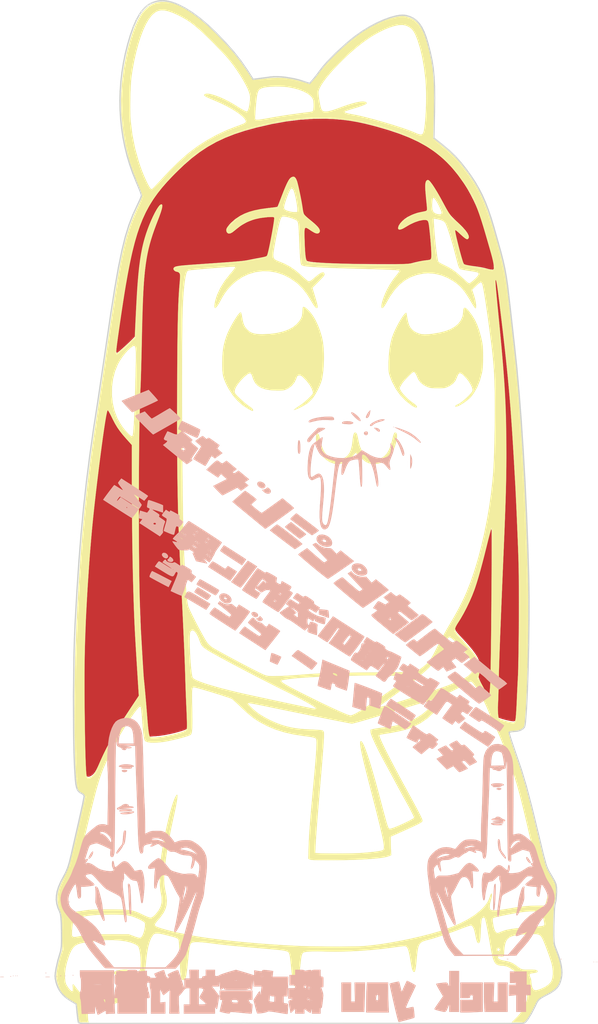
<source format=kicad_pcb>
(kicad_pcb (version 4) (host pcbnew 4.0.5+dfsg1-4)
  (layers (0 F.Cu signal) (31 B.Cu signal) (34 B.Paste user) (35 F.Paste user) (36 B.SilkS user) (37 F.SilkS user) (38 B.Mask user) (39 F.Mask user) (44 Edge.Cuts user))
  (net 0 "")
  (module LOGO (layer F.Cu) (at 121.58 85.94)
    (fp_text reference G*** hide)
    (fp_text value LOGO hide)
  )
  (module LOGO (layer F.Cu) (at 121.58 85.94)
    (fp_text reference G*** hide)
    (fp_text value LOGO hide)
  )
  (module LOGO (layer F.Cu) (at 121.58 85.94)
    (fp_text reference G*** hide)
    (fp_text value LOGO hide)
    (fp_poly (pts (xy -12.538621 -7.361886) (xy -12.480121 -7.269926) (xy -12.400705 -7.126506) (xy -12.307618 -6.944351) (xy -12.261535 -6.849664) (xy -12.091464 -6.511859) (xy -11.922938 -6.217735) (xy -11.740451 -5.944624) (xy -11.528494 -5.669858) (xy -11.271561 -5.370771) (xy -11.181199 -5.2705) (xy -10.796367 -4.847167) (xy -10.79527 -1.926167) (xy -10.792019 -0.444287) (xy -10.78325 0.960105) (xy -10.768722 2.294025) (xy -10.748193 3.564488) (xy -10.721422 4.778508) (xy -10.688167 5.9431) (xy -10.648188 7.065279) (xy -10.601242 8.15206) (xy -10.547089 9.210458) (xy -10.485487 10.247488) (xy -10.416195 11.270163) (xy -10.338972 12.2855) (xy -10.283129 12.959841) (xy -10.237415 13.494849) (xy -10.872889 14.446682) (xy -11.320654 15.128123) (xy -11.718189 15.7569) (xy -12.071532 16.343616) (xy -12.386719 16.898876) (xy -12.669785 17.433282) (xy -12.926768 17.957438) (xy -13.142958 18.434254) (xy -13.278593 18.736127) (xy -13.393397 18.969383) (xy -13.494497 19.145321) (xy -13.589022 19.275243) (xy -13.684099 19.370448) (xy -13.77382 19.434446) (xy -13.916761 19.502451) (xy -14.028175 19.506549) (xy -14.088687 19.479366) (xy -14.113583 19.451854) (xy -14.135652 19.399071) (xy -14.15525 19.315366) (xy -14.17273 19.195085) (xy -14.188448 19.032575) (xy -14.202757 18.822185) (xy -14.216011 18.558262) (xy -14.228566 18.235152) (xy -14.240776 17.847204) (xy -14.252995 17.388764) (xy -14.265577 16.85418) (xy -14.272207 16.552333) (xy -14.29821 14.457807) (xy -14.287888 12.305153) (xy -14.241901 10.112404) (xy -14.160909 7.897594) (xy -14.045573 5.678755) (xy -13.896552 3.473921) (xy -13.714506 1.301125) (xy -13.713588 1.291167) (xy -13.667311 0.807644) (xy -13.614946 0.292101) (xy -13.55731 -0.249258) (xy -13.495221 -0.810228) (xy -13.429497 -1.384605) (xy -13.360956 -1.966183) (xy -13.290418 -2.548758) (xy -13.218699 -3.126126) (xy -13.146617 -3.692082) (xy -13.074992 -4.240421) (xy -13.004641 -4.764938) (xy -12.936382 -5.25943) (xy -12.871033 -5.717691) (xy -12.809413 -6.133516) (xy -12.752339 -6.500702) (xy -12.70063 -6.813042) (xy -12.655103 -7.064334) (xy -12.616578 -7.248371) (xy -12.585872 -7.35895) (xy -12.568962 -7.389662) (xy -12.538621 -7.361886)) (layer F.Cu) (width 0.01))
    (fp_poly (pts (xy 3.4925 -28.689146) (xy 4.088757 -28.662071) (xy 4.650556 -28.615252) (xy 5.198736 -28.545409) (xy 5.754136 -28.449265) (xy 6.337597 -28.32354) (xy 6.969956 -28.164954) (xy 7.1755 -28.109611) (xy 8.037996 -27.858544) (xy 8.823225 -27.595558) (xy 9.538274 -27.316007) (xy 10.19023 -27.015245) (xy 10.78618 -26.688627) (xy 11.333211 -26.331508) (xy 11.838409 -25.93924) (xy 12.308862 -25.50718) (xy 12.751655 -25.030682) (xy 13.173877 -24.505099) (xy 13.582614 -23.925787) (xy 13.601607 -23.897167) (xy 13.817101 -23.54934) (xy 14.040163 -23.149807) (xy 14.257968 -22.724289) (xy 14.457691 -22.298507) (xy 14.626505 -21.898182) (xy 14.709807 -21.674667) (xy 14.768332 -21.499162) (xy 14.84356 -21.261615) (xy 14.929522 -20.981555) (xy 15.020247 -20.678514) (xy 15.109765 -20.372022) (xy 15.136822 -20.277667) (xy 15.225258 -19.968859) (xy 15.316516 -19.652193) (xy 15.404534 -19.348558) (xy 15.48325 -19.078845) (xy 15.546605 -18.863945) (xy 15.560549 -18.817167) (xy 15.630908 -18.558052) (xy 15.68833 -18.300545) (xy 15.726331 -18.075496) (xy 15.736296 -17.981083) (xy 15.760098 -17.653) (xy 15.634733 -17.653) (xy 15.519688 -17.665261) (xy 15.369818 -17.696386) (xy 15.295088 -17.716634) (xy 15.063689 -17.778069) (xy 14.808037 -17.830474) (xy 14.505209 -17.878163) (xy 14.278367 -17.907915) (xy 14.083587 -17.934664) (xy 13.897543 -17.964733) (xy 13.753569 -17.992623) (xy 13.72686 -17.998909) (xy 13.636698 -18.024405) (xy 13.576874 -18.058277) (xy 13.532968 -18.119371) (xy 13.49056 -18.226536) (xy 13.445198 -18.36704) (xy 13.397444 -18.528006) (xy 13.337297 -18.745341) (xy 13.269083 -19.001861) (xy 13.197129 -19.280384) (xy 13.12576 -19.563726) (xy 13.059302 -19.834706) (xy 13.002083 -20.07614) (xy 12.958428 -20.270845) (xy 12.932664 -20.40164) (xy 12.932168 -20.404667) (xy 12.901323 -20.595167) (xy 13.001745 -20.512092) (xy 13.08237 -20.441562) (xy 13.199364 -20.334702) (xy 13.328163 -20.213967) (xy 13.335 -20.207466) (xy 13.537617 -20.029023) (xy 13.696145 -19.921534) (xy 13.811706 -19.884364) (xy 13.87252 -19.903599) (xy 13.927423 -20.000414) (xy 13.913481 -20.138071) (xy 13.833247 -20.311911) (xy 13.689279 -20.517273) (xy 13.48413 -20.7495) (xy 13.319163 -20.912667) (xy 13.072471 -21.146318) (xy 12.876743 -21.334977) (xy 12.721532 -21.491937) (xy 12.596389 -21.630491) (xy 12.490868 -21.763933) (xy 12.394522 -21.905555) (xy 12.296903 -22.068651) (xy 12.187563 -22.266514) (xy 12.056057 -22.512437) (xy 12.043834 -22.535397) (xy 11.866479 -22.860808) (xy 11.689317 -23.171633) (xy 11.518397 -23.45832) (xy 11.359769 -23.711318) (xy 11.219485 -23.921074) (xy 11.103594 -24.078036) (xy 11.018147 -24.172652) (xy 10.996084 -24.189563) (xy 10.899196 -24.211685) (xy 10.816879 -24.154658) (xy 10.754407 -24.023484) (xy 10.734063 -23.941032) (xy 10.725364 -23.830248) (xy 10.726661 -23.651113) (xy 10.73685 -23.419211) (xy 10.754826 -23.150128) (xy 10.779486 -22.859448) (xy 10.809726 -22.562756) (xy 10.844442 -22.275637) (xy 10.860113 -22.1615) (xy 10.863618 -22.0551) (xy 10.847217 -21.986296) (xy 10.79265 -21.956657) (xy 10.677756 -21.92344) (xy 10.526246 -21.893355) (xy 10.509159 -21.890648) (xy 10.127249 -21.803064) (xy 9.738407 -21.663055) (xy 9.42357 -21.507788) (xy 9.220683 -21.371901) (xy 9.039473 -21.213805) (xy 8.890424 -21.046808) (xy 8.784021 -20.88422) (xy 8.730747 -20.739351) (xy 8.736646 -20.635754) (xy 8.797234 -20.582705) (xy 8.90794 -20.581657) (xy 9.054179 -20.630004) (xy 9.215737 -20.72133) (xy 9.482661 -20.885251) (xy 9.758585 -21.02656) (xy 10.031303 -21.141537) (xy 10.288608 -21.226465) (xy 10.518293 -21.277623) (xy 10.708152 -21.291293) (xy 10.845979 -21.263756) (xy 10.892688 -21.232264) (xy 10.918778 -21.199511) (xy 10.94104 -21.15123) (xy 10.96135 -21.076506) (xy 10.981585 -20.964423) (xy 11.00362 -20.804063) (xy 11.029332 -20.584512) (xy 11.060597 -20.294852) (xy 11.071304 -20.193) (xy 11.105804 -19.836645) (xy 11.133286 -19.497805) (xy 11.153364 -19.186591) (xy 11.165654 -18.913119) (xy 11.169769 -18.687499) (xy 11.165323 -18.519846) (xy 11.151932 -18.420271) (xy 11.139756 -18.397597) (xy 11.077019 -18.379469) (xy 10.953363 -18.357925) (xy 10.792217 -18.336861) (xy 10.741254 -18.33134) (xy 10.545876 -18.304163) (xy 10.30627 -18.260572) (xy 10.059543 -18.207678) (xy 9.926543 -18.175215) (xy 9.4615 -18.055167) (xy 7.344834 -18.05806) (xy 6.634579 -18.060973) (xy 5.958085 -18.06759) (xy 5.319911 -18.077705) (xy 4.724616 -18.091113) (xy 4.176762 -18.107607) (xy 3.680908 -18.126981) (xy 3.241613 -18.149029) (xy 2.863439 -18.173544) (xy 2.550944 -18.200322) (xy 2.30869 -18.229155) (xy 2.141236 -18.259838) (xy 2.053141 -18.292164) (xy 2.046676 -18.297515) (xy 2.007562 -18.363853) (xy 1.974198 -18.482443) (xy 1.945896 -18.659302) (xy 1.921969 -18.900446) (xy 1.90173 -19.211893) (xy 1.884491 -19.599659) (xy 1.878534 -19.769802) (xy 1.868348 -20.097326) (xy 1.864386 -20.347331) (xy 1.870154 -20.526918) (xy 1.889162 -20.643191) (xy 1.924916 -20.703252) (xy 1.980925 -20.714205) (xy 2.060697 -20.683152) (xy 2.167739 -20.617196) (xy 2.264568 -20.551465) (xy 2.413605 -20.453529) (xy 2.549639 -20.371241) (xy 2.647124 -20.319914) (xy 2.659131 -20.314944) (xy 2.802966 -20.289692) (xy 2.918283 -20.324545) (xy 2.984726 -20.41283) (xy 2.987455 -20.422535) (xy 2.993855 -20.521256) (xy 2.95992 -20.62728) (xy 2.879453 -20.748282) (xy 2.746262 -20.891938) (xy 2.554151 -21.065924) (xy 2.29754 -21.277424) (xy 2.137108 -21.409635) (xy 1.997192 -21.53196) (xy 1.893824 -21.62994) (xy 1.845341 -21.68528) (xy 1.811298 -21.770628) (xy 1.775131 -21.913492) (xy 1.743281 -22.087155) (xy 1.735655 -22.140333) (xy 1.70683 -22.327698) (xy 1.663832 -22.571559) (xy 1.610702 -22.852098) (xy 1.55148 -23.1495) (xy 1.490205 -23.443947) (xy 1.430918 -23.715623) (xy 1.377659 -23.944712) (xy 1.334468 -24.111395) (xy 1.33223 -24.119168) (xy 1.252641 -24.307177) (xy 1.148703 -24.419521) (xy 1.026672 -24.453762) (xy 0.892801 -24.40746) (xy 0.797282 -24.327776) (xy 0.718528 -24.218842) (xy 0.617754 -24.034054) (xy 0.497371 -23.778626) (xy 0.359786 -23.457772) (xy 0.207408 -23.076704) (xy 0.148525 -22.9235) (xy 0.064946 -22.706477) (xy -0.009623 -22.517695) (xy -0.069475 -22.371227) (xy -0.108901 -22.281148) (xy -0.120653 -22.259718) (xy -0.170442 -22.245172) (xy -0.288839 -22.224574) (xy -0.460201 -22.200255) (xy -0.668885 -22.174545) (xy -0.763924 -22.16389) (xy -1.386997 -22.075717) (xy -1.937579 -21.953485) (xy -2.421788 -21.794592) (xy -2.845742 -21.596432) (xy -3.215556 -21.356401) (xy -3.537349 -21.071895) (xy -3.669719 -20.92679) (xy -3.806148 -20.735865) (xy -3.870822 -20.569147) (xy -3.862708 -20.431878) (xy -3.786716 -20.333578) (xy -3.697185 -20.293192) (xy -3.591905 -20.300977) (xy -3.46072 -20.361302) (xy -3.293477 -20.478534) (xy -3.124084 -20.618659) (xy -2.696208 -20.935002) (xy -2.225933 -21.180414) (xy -1.710861 -21.355811) (xy -1.148592 -21.462109) (xy -0.841058 -21.490121) (xy -0.636884 -21.50114) (xy -0.501673 -21.503664) (xy -0.420017 -21.496314) (xy -0.376514 -21.47771) (xy -0.355833 -21.446675) (xy -0.35593 -21.387009) (xy -0.370452 -21.256219) (xy -0.39759 -21.066278) (xy -0.435536 -20.829157) (xy -0.482481 -20.556827) (xy -0.527856 -20.30796) (xy -0.605804 -19.892669) (xy -0.670679 -19.55294) (xy -0.72434 -19.280995) (xy -0.768644 -19.069056) (xy -0.805449 -18.909345) (xy -0.836613 -18.794084) (xy -0.863992 -18.715494) (xy -0.889445 -18.665799) (xy -0.91483 -18.637219) (xy -0.929126 -18.627848) (xy -1.002187 -18.603539) (xy -1.135183 -18.571875) (xy -1.30435 -18.538279) (xy -1.379367 -18.525084) (xy -1.607888 -18.484344) (xy -1.868842 -18.434656) (xy -2.11205 -18.385622) (xy -2.150987 -18.377412) (xy -2.253413 -18.356449) (xy -2.357837 -18.337286) (xy -2.471177 -18.319304) (xy -2.600356 -18.301884) (xy -2.752295 -18.284405) (xy -2.933914 -18.266248) (xy -3.152134 -18.246794) (xy -3.413878 -18.225424) (xy -3.726064 -18.201516) (xy -4.095616 -18.174453) (xy -4.529453 -18.143614) (xy -5.034497 -18.10838) (xy -5.566833 -18.071629) (xy -6.044613 -18.038325) (xy -6.444958 -18.009141) (xy -6.77494 -17.983043) (xy -7.041635 -17.958996) (xy -7.252116 -17.935968) (xy -7.413458 -17.912924) (xy -7.532733 -17.88883) (xy -7.617017 -17.862653) (xy -7.673383 -17.833359) (xy -7.708905 -17.799914) (xy -7.730658 -17.761284) (xy -7.733145 -17.755043) (xy -7.724478 -17.670858) (xy -7.650636 -17.584034) (xy -7.528915 -17.511103) (xy -7.448697 -17.483136) (xy -7.37539 -17.45771) (xy -7.322097 -17.419117) (xy -7.28714 -17.35613) (xy -7.268836 -17.257523) (xy -7.265505 -17.11207) (xy -7.275467 -16.908544) (xy -7.297042 -16.635718) (xy -7.306193 -16.531167) (xy -7.328902 -16.25016) (xy -7.349659 -15.939455) (xy -7.368565 -15.594595) (xy -7.385722 -15.211126) (xy -7.401234 -14.784594) (xy -7.415201 -14.310543) (xy -7.427727 -13.78452) (xy -7.438914 -13.202069) (xy -7.448864 -12.558736) (xy -7.457679 -11.850067) (xy -7.465462 -11.071605) (xy -7.472314 -10.218898) (xy -7.478339 -9.28749) (xy -7.48021 -8.9535) (xy -7.485739 -7.588218) (xy -7.48702 -6.298468) (xy -7.483878 -5.075213) (xy -7.476138 -3.909417) (xy -7.463626 -2.792043) (xy -7.446168 -1.714055) (xy -7.423589 -0.666415) (xy -7.395715 0.359912) (xy -7.362372 1.373964) (xy -7.323384 2.384777) (xy -7.278578 3.401387) (xy -7.227779 4.432832) (xy -7.218323 4.614333) (xy -7.192514 5.112933) (xy -7.164404 5.668364) (xy -7.135141 6.257159) (xy -7.10587 6.855855) (xy -7.07774 7.440987) (xy -7.051897 7.98909) (xy -7.029487 8.476699) (xy -7.028985 8.487833) (xy -6.996066 9.215414) (xy -6.966263 9.870237) (xy -6.939022 10.464131) (xy -6.913794 11.008924) (xy -6.890027 11.516447) (xy -6.867169 11.998528) (xy -6.84467 12.466996) (xy -6.821977 12.933681) (xy -6.817874 13.0175) (xy -6.79068 13.574272) (xy -6.767573 14.052718) (xy -6.748358 14.459071) (xy -6.732838 14.799563) (xy -6.72082 15.080427) (xy -6.712107 15.307895) (xy -6.706504 15.488201) (xy -6.703816 15.627575) (xy -6.703847 15.732251) (xy -6.706401 15.808462) (xy -6.711284 15.86244) (xy -6.718299 15.900417) (xy -6.726638 15.927028) (xy -6.757574 15.982913) (xy -6.812989 16.029865) (xy -6.908863 16.076385) (xy -7.061176 16.130977) (xy -7.18425 16.170498) (xy -7.561446 16.277579) (xy -7.969921 16.373778) (xy -8.381435 16.453553) (xy -8.767752 16.511355) (xy -9.063815 16.539605) (xy -9.481668 16.565062) (xy -9.54285 16.418634) (xy -9.570381 16.319342) (xy -9.599786 16.158086) (xy -9.627498 15.957391) (xy -9.649458 15.745519) (xy -9.698461 15.177428) (xy -9.740755 14.686862) (xy -9.77688 14.266992) (xy -9.807378 13.910987) (xy -9.832788 13.612018) (xy -9.853652 13.363254) (xy -9.870509 13.157865) (xy -9.8839 12.989021) (xy -9.894366 12.849892) (xy -9.902448 12.733648) (xy -9.908686 12.63346) (xy -9.91362 12.542495) (xy -9.917791 12.453926) (xy -9.921739 12.360921) (xy -9.926006 12.25665) (xy -9.926475 12.245247) (xy -9.937018 12.019541) (xy -9.951854 11.742213) (xy -9.969133 11.446088) (xy -9.987004 11.163987) (xy -9.989722 11.123414) (xy -10.129136 8.715416) (xy -10.219048 6.34157) (xy -10.244616 5.228167) (xy -10.255597 4.549716) (xy -10.264733 3.826774) (xy -10.272063 3.066184) (xy -10.277627 2.274788) (xy -10.281465 1.45943) (xy -10.283619 0.626951) (xy -10.284127 -0.215805) (xy -10.283029 -1.061995) (xy -10.280367 -1.904778) (xy -10.27618 -2.73731) (xy -10.270508 -3.552748) (xy -10.263391 -4.344251) (xy -10.25487 -5.104974) (xy -10.244984 -5.828076) (xy -10.233773 -6.506713) (xy -10.221279 -7.134043) (xy -10.20754 -7.703224) (xy -10.192597 -8.207412) (xy -10.17649 -8.639765) (xy -10.161488 -8.9535) (xy -10.152927 -9.136679) (xy -10.143002 -9.394887) (xy -10.13199 -9.718506) (xy -10.120166 -10.097914) (xy -10.107809 -10.523491) (xy -10.095194 -10.985616) (xy -10.082597 -11.47467) (xy -10.070296 -11.981031) (xy -10.058566 -12.495079) (xy -10.05502 -12.657667) (xy -10.037682 -13.42438) (xy -10.020211 -14.113354) (xy -10.00218 -14.731516) (xy -9.983168 -15.285792) (xy -9.962747 -15.783111) (xy -9.940495 -16.230399) (xy -9.915986 -16.634582) (xy -9.888796 -17.002588) (xy -9.858501 -17.341344) (xy -9.824675 -17.657778) (xy -9.786895 -17.958815) (xy -9.744735 -18.251383) (xy -9.697772 -18.542409) (xy -9.692405 -18.573979) (xy -9.625915 -18.938307) (xy -9.554561 -19.272462) (xy -9.473094 -19.594124) (xy -9.376268 -19.92097) (xy -9.258835 -20.270677) (xy -9.115547 -20.660925) (xy -8.941156 -21.109391) (xy -8.93572 -21.123095) (xy -8.78553 -21.51283) (xy -8.673352 -21.830086) (xy -8.5985 -22.077689) (xy -8.560289 -22.258467) (xy -8.558034 -22.375244) (xy -8.591049 -22.430849) (xy -8.61722 -22.436667) (xy -8.709085 -22.397284) (xy -8.819236 -22.285018) (xy -8.943773 -22.108697) (xy -9.078796 -21.877146) (xy -9.220407 -21.599193) (xy -9.364706 -21.283662) (xy -9.507793 -20.939382) (xy -9.645771 -20.575179) (xy -9.774739 -20.199878) (xy -9.890799 -19.822306) (xy -9.99005 -19.451291) (xy -10.047867 -19.198167) (xy -10.131781 -18.763747) (xy -10.2052 -18.304895) (xy -10.269641 -17.808944) (xy -10.326622 -17.263227) (xy -10.377661 -16.655078) (xy -10.412966 -16.150167) (xy -10.422629 -15.991495) (xy -10.435024 -15.772809) (xy -10.449562 -15.505879) (xy -10.465653 -15.202473) (xy -10.482705 -14.874358) (xy -10.500128 -14.533304) (xy -10.517333 -14.19108) (xy -10.533729 -13.859453) (xy -10.548725 -13.550193) (xy -10.561732 -13.275067) (xy -10.572159 -13.045845) (xy -10.579416 -12.874294) (xy -10.582912 -12.772184) (xy -10.583137 -12.757496) (xy -10.613211 -12.713602) (xy -10.695596 -12.624752) (xy -10.818752 -12.501591) (xy -10.971141 -12.354768) (xy -11.141224 -12.194929) (xy -11.317461 -12.032719) (xy -11.488315 -11.878787) (xy -11.642247 -11.743779) (xy -11.767716 -11.638341) (xy -11.853186 -11.57312) (xy -11.884235 -11.557) (xy -11.906633 -11.564596) (xy -11.922246 -11.59195) (xy -11.930438 -11.645916) (xy -11.930574 -11.733346) (xy -11.922017 -11.861091) (xy -11.904132 -12.036005) (xy -11.876282 -12.26494) (xy -11.837833 -12.554748) (xy -11.788147 -12.912281) (xy -11.72659 -13.344391) (xy -11.703409 -13.505588) (xy -11.551927 -14.537842) (xy -11.40556 -15.490697) (xy -11.262476 -16.369138) (xy -11.120842 -17.178146) (xy -10.978825 -17.922706) (xy -10.834593 -18.607799) (xy -10.686313 -19.23841) (xy -10.532153 -19.81952) (xy -10.370281 -20.356114) (xy -10.198864 -20.853173) (xy -10.01607 -21.315681) (xy -9.820065 -21.748622) (xy -9.609018 -22.156978) (xy -9.381096 -22.545731) (xy -9.134466 -22.919866) (xy -8.867297 -23.284365) (xy -8.577754 -23.644211) (xy -8.264007 -24.004387) (xy -7.924223 -24.369877) (xy -7.577666 -24.72452) (xy -6.981463 -25.297332) (xy -6.397745 -25.80354) (xy -5.814516 -26.249861) (xy -5.219781 -26.643012) (xy -4.601544 -26.989708) (xy -3.947808 -27.296667) (xy -3.246579 -27.570604) (xy -2.485861 -27.818235) (xy -1.653658 -28.046278) (xy -1.637608 -28.050331) (xy -0.530231 -28.304061) (xy 0.528757 -28.494048) (xy 1.545763 -28.621089) (xy 2.527196 -28.685982) (xy 3.479463 -28.689525) (xy 3.4925 -28.689146)) (layer F.Cu) (width 0.01))
    (fp_poly (pts (xy 15.905245 -16.909375) (xy 15.928018 -16.835384) (xy 15.955162 -16.708183) (xy 15.987113 -16.524596) (xy 16.024302 -16.281448) (xy 16.067164 -15.975562) (xy 16.116133 -15.603762) (xy 16.171641 -15.162872) (xy 16.234123 -14.649716) (xy 16.304011 -14.061119) (xy 16.38174 -13.393903) (xy 16.446886 -12.827371) (xy 16.539222 -12.009419) (xy 16.625996 -11.218409) (xy 16.706428 -10.462129) (xy 16.77974 -9.748371) (xy 16.84515 -9.084926) (xy 16.901881 -8.479582) (xy 16.949152 -7.940132) (xy 16.986183 -7.474364) (xy 16.995555 -7.344833) (xy 17.116719 -5.539027) (xy 17.22733 -3.714899) (xy 17.328194 -1.857274) (xy 17.420118 0.049028) (xy 17.503911 2.019184) (xy 17.531614 2.7305) (xy 17.546704 3.1869) (xy 17.559272 3.69152) (xy 17.5694 4.238603) (xy 17.577166 4.822391) (xy 17.58265 5.437126) (xy 17.585931 6.077051) (xy 17.58709 6.736407) (xy 17.586205 7.409437) (xy 17.583357 8.090382) (xy 17.578624 8.773486) (xy 17.572087 9.45299) (xy 17.563826 10.123136) (xy 17.553918 10.778167) (xy 17.542445 11.412325) (xy 17.529486 12.019851) (xy 17.51512 12.594989) (xy 17.499427 13.13198) (xy 17.482487 13.625066) (xy 17.464379 14.06849) (xy 17.445182 14.456494) (xy 17.424977 14.78332) (xy 17.403843 15.04321) (xy 17.381859 15.230407) (xy 17.359105 15.339152) (xy 17.357278 15.344227) (xy 17.323083 15.404474) (xy 17.267038 15.438175) (xy 17.174734 15.446275) (xy 17.031759 15.429721) (xy 16.823703 15.38946) (xy 16.787122 15.381677) (xy 16.598406 15.336949) (xy 16.406783 15.284759) (xy 16.279122 15.244815) (xy 16.0655 15.171041) (xy 16.034056 14.898604) (xy 16.028165 14.837938) (xy 16.023769 14.766246) (xy 16.021032 14.677871) (xy 16.020116 14.567153) (xy 16.021186 14.428435) (xy 16.024405 14.256058) (xy 16.029937 14.044364) (xy 16.037944 13.787696) (xy 16.048592 13.480395) (xy 16.062043 13.116802) (xy 16.078461 12.69126) (xy 16.09801 12.19811) (xy 16.120853 11.631694) (xy 16.147153 10.986355) (xy 16.147188 10.9855) (xy 16.165081 10.546612) (xy 16.185298 10.048321) (xy 16.206823 9.515823) (xy 16.228642 8.974316) (xy 16.249736 8.448997) (xy 16.269091 7.965063) (xy 16.276936 7.768167) (xy 16.290555 7.428773) (xy 16.307248 7.017633) (xy 16.326482 6.54759) (xy 16.347727 6.031489) (xy 16.370451 5.482174) (xy 16.394122 4.912487) (xy 16.418209 4.335272) (xy 16.442181 3.763374) (xy 16.465506 3.209636) (xy 16.467864 3.153833) (xy 16.502182 2.336088) (xy 16.532688 1.59532) (xy 16.559595 0.923939) (xy 16.583115 0.314352) (xy 16.603459 -0.241035) (xy 16.62084 -0.749813) (xy 16.63547 -1.219576) (xy 16.647561 -1.657914) (xy 16.657326 -2.072422) (xy 16.664975 -2.470691) (xy 16.670722 -2.860315) (xy 16.674778 -3.248885) (xy 16.677355 -3.643994) (xy 16.678666 -4.053234) (xy 16.678945 -4.402667) (xy 16.677227 -5.064598) (xy 16.671861 -5.694193) (xy 16.662336 -6.300188) (xy 16.648144 -6.891319) (xy 16.628777 -7.476325) (xy 16.603725 -8.063943) (xy 16.572479 -8.662909) (xy 16.534531 -9.28196) (xy 16.489371 -9.929835) (xy 16.436491 -10.615269) (xy 16.375381 -11.347) (xy 16.305532 -12.133766) (xy 16.226437 -12.984302) (xy 16.137584 -13.907347) (xy 16.107222 -14.217288) (xy 16.051503 -14.787032) (xy 16.004238 -15.277453) (xy 15.965029 -15.693432) (xy 15.93348 -16.039851) (xy 15.909194 -16.321589) (xy 15.891774 -16.543527) (xy 15.880823 -16.710546) (xy 15.875945 -16.827526) (xy 15.876743 -16.899348) (xy 15.88282 -16.930892) (xy 15.886411 -16.933333) (xy 15.905245 -16.909375)) (layer F.Cu) (width 0.01))
    (fp_poly (pts (xy 15.566591 1.374342) (xy 15.577141 1.409246) (xy 15.58221 1.439333) (xy 15.585368 1.504317) (xy 15.587779 1.647796) (xy 15.589481 1.863605) (xy 15.590509 2.145576) (xy 15.5909 2.487542) (xy 15.59069 2.883336) (xy 15.589916 3.326791) (xy 15.588613 3.81174) (xy 15.586819 4.332016) (xy 15.584568 4.881453) (xy 15.581899 5.453882) (xy 15.578846 6.043138) (xy 15.575446 6.643053) (xy 15.571736 7.247461) (xy 15.567751 7.850193) (xy 15.563529 8.445084) (xy 15.559104 9.025966) (xy 15.554515 9.586672) (xy 15.549796 10.121035) (xy 15.544984 10.622889) (xy 15.540116 11.086066) (xy 15.535228 11.504399) (xy 15.530356 11.871722) (xy 15.525536 12.181867) (xy 15.520804 12.428667) (xy 15.516571 12.594167) (xy 15.504153 12.941358) (xy 15.490555 13.210279) (xy 15.475145 13.407321) (xy 15.457294 13.53888) (xy 15.43637 13.611349) (xy 15.414268 13.631333) (xy 15.380729 13.597773) (xy 15.316546 13.50872) (xy 15.234074 13.381615) (xy 15.211831 13.345583) (xy 15.058762 13.084601) (xy 14.912846 12.816649) (xy 14.787036 12.566534) (xy 14.694289 12.359062) (xy 14.686762 12.340167) (xy 14.651111 12.232063) (xy 14.64185 12.134288) (xy 14.65831 12.011262) (xy 14.678799 11.916833) (xy 14.72799 11.607284) (xy 14.73351 11.312837) (xy 14.695682 11.057275) (xy 14.665807 10.964333) (xy 14.56231 10.749232) (xy 14.407213 10.502327) (xy 14.197052 10.219074) (xy 13.928365 9.894929) (xy 13.597688 9.52535) (xy 13.439656 9.355667) (xy 13.230287 9.13242) (xy 13.074936 8.955701) (xy 12.972353 8.809939) (xy 12.921288 8.679567) (xy 12.920491 8.549015) (xy 12.968712 8.402714) (xy 13.064702 8.225095) (xy 13.20721 8.000589) (xy 13.317384 7.832538) (xy 13.532222 7.485157) (xy 13.735965 7.113746) (xy 13.931003 6.711684) (xy 14.119724 6.272348) (xy 14.304519 5.789117) (xy 14.487775 5.255369) (xy 14.671882 4.664481) (xy 14.85923 4.009833) (xy 15.052207 3.284801) (xy 15.253202 2.482765) (xy 15.265053 2.434167) (xy 15.348505 2.092909) (xy 15.414695 1.82687) (xy 15.465903 1.628889) (xy 15.504415 1.491807) (xy 15.532511 1.408462) (xy 15.552476 1.371694) (xy 15.566591 1.374342)) (layer F.Cu) (width 0.01))
  )
  (module LOGO (layer F.Cu) (at 121.58 85.94)
    (fp_text reference G*** hide)
    (fp_text value LOGO hide)
  )
  (module LOGO (layer F.Cu) (at 121.58 85.94)
    (fp_text reference G*** hide)
    (fp_text value LOGO hide)
  )
  (gr_line (start 106.859888 123.436249) (end 106.818503 123.186904) (layer Edge.Cuts) (width 0.1))
  (gr_line (start 106.818503 123.186904) (end 106.765028 122.724057) (layer Edge.Cuts) (width 0.1))
  (gr_line (start 106.765028 122.724057) (end 106.702938 122.109164) (layer Edge.Cuts) (width 0.1))
  (gr_line (start 106.702938 122.109164) (end 106.239438 121.828874) (layer Edge.Cuts) (width 0.1))
  (gr_line (start 106.239438 121.828874) (end 106.046259 121.701516) (layer Edge.Cuts) (width 0.1))
  (gr_line (start 106.046259 121.701516) (end 105.873508 121.5651) (layer Edge.Cuts) (width 0.1))
  (gr_line (start 105.873508 121.5651) (end 105.720461 121.418678) (layer Edge.Cuts) (width 0.1))
  (gr_line (start 105.720461 121.418678) (end 105.586392 121.261302) (layer Edge.Cuts) (width 0.1))
  (gr_line (start 105.586392 121.261302) (end 105.470578 121.092026) (layer Edge.Cuts) (width 0.1))
  (gr_line (start 105.470578 121.092026) (end 105.372294 120.909902) (layer Edge.Cuts) (width 0.1))
  (gr_line (start 105.372294 120.909902) (end 105.290815 120.713982) (layer Edge.Cuts) (width 0.1))
  (gr_line (start 105.290815 120.713982) (end 105.225416 120.503319) (layer Edge.Cuts) (width 0.1))
  (gr_line (start 105.225416 120.503319) (end 105.171458 120.262937) (layer Edge.Cuts) (width 0.1))
  (gr_line (start 105.171458 120.262937) (end 105.154422 120.049644) (layer Edge.Cuts) (width 0.1))
  (gr_line (start 105.154422 120.049644) (end 105.174741 119.803231) (layer Edge.Cuts) (width 0.1))
  (gr_line (start 105.174741 119.803231) (end 105.232849 119.46349) (layer Edge.Cuts) (width 0.1))
  (gr_line (start 105.232849 119.46349) (end 105.358813 118.907806) (layer Edge.Cuts) (width 0.1))
  (gr_line (start 105.358813 118.907806) (end 105.496201 118.444026) (layer Edge.Cuts) (width 0.1))
  (gr_line (start 105.496201 118.444026) (end 105.57015 118.193176) (layer Edge.Cuts) (width 0.1))
  (gr_line (start 105.57015 118.193176) (end 105.611866 117.890485) (layer Edge.Cuts) (width 0.1))
  (gr_line (start 105.611866 117.890485) (end 105.627766 117.453614) (layer Edge.Cuts) (width 0.1))
  (gr_line (start 105.627766 117.453614) (end 105.624263 116.800221) (layer Edge.Cuts) (width 0.1))
  (gr_line (start 105.624263 116.800221) (end 105.609958 116.188779) (layer Edge.Cuts) (width 0.1))
  (gr_line (start 105.609958 116.188779) (end 105.584473 115.767713) (layer Edge.Cuts) (width 0.1))
  (gr_line (start 105.584473 115.767713) (end 105.543628 115.49315) (layer Edge.Cuts) (width 0.1))
  (gr_line (start 105.543628 115.49315) (end 105.483242 115.321222) (layer Edge.Cuts) (width 0.1))
  (gr_line (start 105.483242 115.321222) (end 105.358337 115.041551) (layer Edge.Cuts) (width 0.1))
  (gr_line (start 105.358337 115.041551) (end 105.278097 114.757199) (layer Edge.Cuts) (width 0.1))
  (gr_line (start 105.278097 114.757199) (end 105.242776 114.465773) (layer Edge.Cuts) (width 0.1))
  (gr_line (start 105.242776 114.465773) (end 105.252629 114.164881) (layer Edge.Cuts) (width 0.1))
  (gr_line (start 105.252629 114.164881) (end 105.30791 113.852129) (layer Edge.Cuts) (width 0.1))
  (gr_line (start 105.30791 113.852129) (end 105.408871 113.525127) (layer Edge.Cuts) (width 0.1))
  (gr_line (start 105.408871 113.525127) (end 105.555768 113.18148) (layer Edge.Cuts) (width 0.1))
  (gr_line (start 105.555768 113.18148) (end 105.748854 112.818796) (layer Edge.Cuts) (width 0.1))
  (gr_line (start 105.748854 112.818796) (end 105.936452 112.468893) (layer Edge.Cuts) (width 0.1))
  (gr_line (start 105.936452 112.468893) (end 106.080642 112.122802) (layer Edge.Cuts) (width 0.1))
  (gr_line (start 106.080642 112.122802) (end 106.20681 111.709179) (layer Edge.Cuts) (width 0.1))
  (gr_line (start 106.20681 111.709179) (end 106.340346 111.15668) (layer Edge.Cuts) (width 0.1))
  (gr_line (start 106.340346 111.15668) (end 106.93212 108.561388) (layer Edge.Cuts) (width 0.1))
  (gr_line (start 106.93212 108.561388) (end 107.182615 107.432398) (layer Edge.Cuts) (width 0.1))
  (gr_line (start 107.182615 107.432398) (end 107.286804 106.886782) (layer Edge.Cuts) (width 0.1))
  (gr_line (start 107.286804 106.886782) (end 107.273465 106.830168) (layer Edge.Cuts) (width 0.1))
  (gr_line (start 107.273465 106.830168) (end 107.237148 106.772269) (layer Edge.Cuts) (width 0.1))
  (gr_line (start 107.237148 106.772269) (end 107.183399 106.719871) (layer Edge.Cuts) (width 0.1))
  (gr_line (start 107.183399 106.719871) (end 107.117765 106.679764) (layer Edge.Cuts) (width 0.1))
  (gr_line (start 107.117765 106.679764) (end 106.980817 106.607267) (layer Edge.Cuts) (width 0.1))
  (gr_line (start 106.980817 106.607267) (end 106.872754 106.517682) (layer Edge.Cuts) (width 0.1))
  (gr_line (start 106.872754 106.517682) (end 106.789069 106.394371) (layer Edge.Cuts) (width 0.1))
  (gr_line (start 106.789069 106.394371) (end 106.725253 106.220695) (layer Edge.Cuts) (width 0.1))
  (gr_line (start 106.725253 106.220695) (end 106.676798 105.980017) (layer Edge.Cuts) (width 0.1))
  (gr_line (start 106.676798 105.980017) (end 106.639195 105.655696) (layer Edge.Cuts) (width 0.1))
  (gr_line (start 106.639195 105.655696) (end 106.578513 104.689577) (layer Edge.Cuts) (width 0.1))
  (gr_line (start 106.578513 104.689577) (end 106.539839 103.651141) (layer Edge.Cuts) (width 0.1))
  (gr_line (start 106.539839 103.651141) (end 106.514196 102.406274) (layer Edge.Cuts) (width 0.1))
  (gr_line (start 106.514196 102.406274) (end 106.50099 99.556107) (layer Edge.Cuts) (width 0.1))
  (gr_line (start 106.50099 99.556107) (end 106.536856 96.656794) (layer Edge.Cuts) (width 0.1))
  (gr_line (start 106.536856 96.656794) (end 106.572554 95.350493) (layer Edge.Cuts) (width 0.1))
  (gr_line (start 106.572554 95.350493) (end 106.619755 94.22605) (layer Edge.Cuts) (width 0.1))
  (gr_line (start 106.619755 94.22605) (end 106.752566 91.875543) (layer Edge.Cuts) (width 0.1))
  (gr_line (start 106.752566 91.875543) (end 106.897367 89.709607) (layer Edge.Cuts) (width 0.1))
  (gr_line (start 106.897367 89.709607) (end 107.05905 87.68053) (layer Edge.Cuts) (width 0.1))
  (gr_line (start 107.05905 87.68053) (end 107.242507 85.740602) (layer Edge.Cuts) (width 0.1))
  (gr_line (start 107.242507 85.740602) (end 107.45263 83.842112) (layer Edge.Cuts) (width 0.1))
  (gr_line (start 107.45263 83.842112) (end 107.694311 81.93735) (layer Edge.Cuts) (width 0.1))
  (gr_line (start 107.694311 81.93735) (end 107.972443 79.978604) (layer Edge.Cuts) (width 0.1))
  (gr_line (start 107.972443 79.978604) (end 108.291916 77.918164) (layer Edge.Cuts) (width 0.1))
  (gr_line (start 108.291916 77.918164) (end 108.920368 73.675775) (layer Edge.Cuts) (width 0.1))
  (gr_line (start 108.920368 73.675775) (end 109.24673 71.467428) (layer Edge.Cuts) (width 0.1))
  (gr_line (start 109.24673 71.467428) (end 109.535959 69.639927) (layer Edge.Cuts) (width 0.1))
  (gr_line (start 109.535959 69.639927) (end 109.80043 68.138118) (layer Edge.Cuts) (width 0.1))
  (gr_line (start 109.80043 68.138118) (end 110.052517 66.906848) (layer Edge.Cuts) (width 0.1))
  (gr_line (start 110.052517 66.906848) (end 110.304595 65.890962) (layer Edge.Cuts) (width 0.1))
  (gr_line (start 110.304595 65.890962) (end 110.569036 65.035308) (layer Edge.Cuts) (width 0.1))
  (gr_line (start 110.569036 65.035308) (end 110.858216 64.284732) (layer Edge.Cuts) (width 0.1))
  (gr_line (start 110.858216 64.284732) (end 111.184508 63.584079) (layer Edge.Cuts) (width 0.1))
  (gr_line (start 111.184508 63.584079) (end 111.400449 63.118498) (layer Edge.Cuts) (width 0.1))
  (gr_line (start 111.400449 63.118498) (end 111.466139 62.948773) (layer Edge.Cuts) (width 0.1))
  (gr_line (start 111.466139 62.948773) (end 111.490265 62.853072) (layer Edge.Cuts) (width 0.1))
  (gr_line (start 111.490265 62.853072) (end 111.459258 62.734144) (layer Edge.Cuts) (width 0.1))
  (gr_line (start 111.459258 62.734144) (end 111.374834 62.501163) (layer Edge.Cuts) (width 0.1))
  (gr_line (start 111.374834 62.501163) (end 111.097307 61.827635) (layer Edge.Cuts) (width 0.1))
  (gr_line (start 111.097307 61.827635) (end 110.845489 61.208346) (layer Edge.Cuts) (width 0.1))
  (gr_line (start 110.845489 61.208346) (end 110.62355 60.576599) (layer Edge.Cuts) (width 0.1))
  (gr_line (start 110.62355 60.576599) (end 110.431537 59.933616) (layer Edge.Cuts) (width 0.1))
  (gr_line (start 110.431537 59.933616) (end 110.269499 59.280619) (layer Edge.Cuts) (width 0.1))
  (gr_line (start 110.269499 59.280619) (end 110.137482 58.618832) (layer Edge.Cuts) (width 0.1))
  (gr_line (start 110.137482 58.618832) (end 110.035534 57.949476) (layer Edge.Cuts) (width 0.1))
  (gr_line (start 110.035534 57.949476) (end 109.963704 57.273773) (layer Edge.Cuts) (width 0.1))
  (gr_line (start 109.963704 57.273773) (end 109.922037 56.592946) (layer Edge.Cuts) (width 0.1))
  (gr_line (start 109.922037 56.592946) (end 109.910583 55.908216) (layer Edge.Cuts) (width 0.1))
  (gr_line (start 109.910583 55.908216) (end 109.929387 55.220807) (layer Edge.Cuts) (width 0.1))
  (gr_line (start 109.929387 55.220807) (end 109.978499 54.53194) (layer Edge.Cuts) (width 0.1))
  (gr_line (start 109.978499 54.53194) (end 110.057966 53.842838) (layer Edge.Cuts) (width 0.1))
  (gr_line (start 110.057966 53.842838) (end 110.167834 53.154723) (layer Edge.Cuts) (width 0.1))
  (gr_line (start 110.167834 53.154723) (end 110.308153 52.468817) (layer Edge.Cuts) (width 0.1))
  (gr_line (start 110.308153 52.468817) (end 110.478968 51.786342) (layer Edge.Cuts) (width 0.1))
  (gr_line (start 110.478968 51.786342) (end 110.680328 51.108521) (layer Edge.Cuts) (width 0.1))
  (gr_line (start 110.680328 51.108521) (end 110.889289 50.516859) (layer Edge.Cuts) (width 0.1))
  (gr_line (start 110.889289 50.516859) (end 111.109894 50.0124) (layer Edge.Cuts) (width 0.1))
  (gr_line (start 111.109894 50.0124) (end 111.345605 49.591172) (layer Edge.Cuts) (width 0.1))
  (gr_line (start 111.345605 49.591172) (end 111.470208 49.410529) (layer Edge.Cuts) (width 0.1))
  (gr_line (start 111.470208 49.410529) (end 111.599885 49.249205) (layer Edge.Cuts) (width 0.1))
  (gr_line (start 111.599885 49.249205) (end 111.73507 49.106703) (layer Edge.Cuts) (width 0.1))
  (gr_line (start 111.73507 49.106703) (end 111.876195 48.982526) (layer Edge.Cuts) (width 0.1))
  (gr_line (start 111.876195 48.982526) (end 112.023693 48.876179) (layer Edge.Cuts) (width 0.1))
  (gr_line (start 112.023693 48.876179) (end 112.177998 48.787164) (layer Edge.Cuts) (width 0.1))
  (gr_line (start 112.177998 48.787164) (end 112.339541 48.714987) (layer Edge.Cuts) (width 0.1))
  (gr_line (start 112.339541 48.714987) (end 112.508755 48.659149) (layer Edge.Cuts) (width 0.1))
  (gr_line (start 112.508755 48.659149) (end 112.686074 48.619154) (layer Edge.Cuts) (width 0.1))
  (gr_line (start 112.686074 48.619154) (end 112.871929 48.594507) (layer Edge.Cuts) (width 0.1))
  (gr_line (start 112.871929 48.594507) (end 113.066337 48.588653) (layer Edge.Cuts) (width 0.1))
  (gr_line (start 113.066337 48.588653) (end 113.271862 48.604812) (layer Edge.Cuts) (width 0.1))
  (gr_line (start 113.271862 48.604812) (end 113.487828 48.642597) (layer Edge.Cuts) (width 0.1))
  (gr_line (start 113.487828 48.642597) (end 113.713556 48.701619) (layer Edge.Cuts) (width 0.1))
  (gr_line (start 113.713556 48.701619) (end 113.948368 48.781489) (layer Edge.Cuts) (width 0.1))
  (gr_line (start 113.948368 48.781489) (end 114.191585 48.881818) (layer Edge.Cuts) (width 0.1))
  (gr_line (start 114.191585 48.881818) (end 114.700528 49.1423) (layer Edge.Cuts) (width 0.1))
  (gr_line (start 114.700528 49.1423) (end 115.234958 49.479955) (layer Edge.Cuts) (width 0.1))
  (gr_line (start 115.234958 49.479955) (end 115.789452 49.891674) (layer Edge.Cuts) (width 0.1))
  (gr_line (start 115.789452 49.891674) (end 116.358587 50.374347) (layer Edge.Cuts) (width 0.1))
  (gr_line (start 116.358587 50.374347) (end 116.936937 50.924865) (layer Edge.Cuts) (width 0.1))
  (gr_line (start 116.936937 50.924865) (end 117.674252 51.689055) (layer Edge.Cuts) (width 0.1))
  (gr_line (start 117.674252 51.689055) (end 118.279256 52.373705) (layer Edge.Cuts) (width 0.1))
  (gr_line (start 118.279256 52.373705) (end 118.792784 53.027688) (layer Edge.Cuts) (width 0.1))
  (gr_line (start 118.792784 53.027688) (end 119.255673 53.699876) (layer Edge.Cuts) (width 0.1))
  (gr_line (start 119.255673 53.699876) (end 119.677518 54.352094) (layer Edge.Cuts) (width 0.1))
  (gr_line (start 119.677518 54.352094) (end 120.079264 54.298447) (layer Edge.Cuts) (width 0.1))
  (gr_line (start 120.079264 54.298447) (end 120.948063 54.182918) (layer Edge.Cuts) (width 0.1))
  (gr_line (start 120.948063 54.182918) (end 121.19162 54.161736) (layer Edge.Cuts) (width 0.1))
  (gr_line (start 121.19162 54.161736) (end 121.461028 54.158162) (layer Edge.Cuts) (width 0.1))
  (gr_line (start 121.461028 54.158162) (end 121.749559 54.171382) (layer Edge.Cuts) (width 0.1))
  (gr_line (start 121.749559 54.171382) (end 122.050484 54.20058) (layer Edge.Cuts) (width 0.1))
  (gr_line (start 122.050484 54.20058) (end 122.662598 54.303656) (layer Edge.Cuts) (width 0.1))
  (gr_line (start 122.662598 54.303656) (end 122.960329 54.375904) (layer Edge.Cuts) (width 0.1))
  (gr_line (start 122.960329 54.375904) (end 123.243537 54.460873) (layer Edge.Cuts) (width 0.1))
  (gr_line (start 123.243537 54.460873) (end 123.826492 54.654808) (layer Edge.Cuts) (width 0.1))
  (gr_line (start 123.826492 54.654808) (end 124.06088 54.390506) (layer Edge.Cuts) (width 0.1))
  (gr_line (start 124.06088 54.390506) (end 124.328383 54.060513) (layer Edge.Cuts) (width 0.1))
  (gr_line (start 124.328383 54.060513) (end 124.642392 53.638275) (layer Edge.Cuts) (width 0.1))
  (gr_line (start 124.642392 53.638275) (end 124.840054 53.385631) (layer Edge.Cuts) (width 0.1))
  (gr_line (start 124.840054 53.385631) (end 125.101477 53.089548) (layer Edge.Cuts) (width 0.1))
  (gr_line (start 125.101477 53.089548) (end 125.758846 52.421651) (layer Edge.Cuts) (width 0.1))
  (gr_line (start 125.758846 52.421651) (end 126.500975 51.743752) (layer Edge.Cuts) (width 0.1))
  (gr_line (start 126.500975 51.743752) (end 126.868348 51.435167) (layer Edge.Cuts) (width 0.1))
  (gr_line (start 126.868348 51.435167) (end 127.214339 51.16502) (layer Edge.Cuts) (width 0.1))
  (gr_line (start 127.214339 51.16502) (end 127.726766 50.808414) (layer Edge.Cuts) (width 0.1))
  (gr_line (start 127.726766 50.808414) (end 128.252387 50.489447) (layer Edge.Cuts) (width 0.1))
  (gr_line (start 128.252387 50.489447) (end 128.777386 50.21368) (layer Edge.Cuts) (width 0.1))
  (gr_line (start 128.777386 50.21368) (end 129.287948 49.986674) (layer Edge.Cuts) (width 0.1))
  (gr_line (start 129.287948 49.986674) (end 129.770259 49.81399) (layer Edge.Cuts) (width 0.1))
  (gr_line (start 129.770259 49.81399) (end 130.210503 49.70119) (layer Edge.Cuts) (width 0.1))
  (gr_line (start 130.210503 49.70119) (end 130.410532 49.668985) (layer Edge.Cuts) (width 0.1))
  (gr_line (start 130.410532 49.668985) (end 130.594864 49.653836) (layer Edge.Cuts) (width 0.1))
  (gr_line (start 130.594864 49.653836) (end 130.761773 49.656439) (layer Edge.Cuts) (width 0.1))
  (gr_line (start 130.761773 49.656439) (end 130.909529 49.677489) (layer Edge.Cuts) (width 0.1))
  (gr_line (start 130.909529 49.677489) (end 131.19138 49.762214) (layer Edge.Cuts) (width 0.1))
  (gr_line (start 131.19138 49.762214) (end 131.442984 49.88697) (layer Edge.Cuts) (width 0.1))
  (gr_line (start 131.442984 49.88697) (end 131.667535 50.055841) (layer Edge.Cuts) (width 0.1))
  (gr_line (start 131.667535 50.055841) (end 131.868231 50.27291) (layer Edge.Cuts) (width 0.1))
  (gr_line (start 131.868231 50.27291) (end 132.048266 50.54226) (layer Edge.Cuts) (width 0.1))
  (gr_line (start 132.048266 50.54226) (end 132.210839 50.867973) (layer Edge.Cuts) (width 0.1))
  (gr_line (start 132.210839 50.867973) (end 132.359143 51.254133) (layer Edge.Cuts) (width 0.1))
  (gr_line (start 132.359143 51.254133) (end 132.496375 51.704824) (layer Edge.Cuts) (width 0.1))
  (gr_line (start 132.496375 51.704824) (end 132.662662 52.343943) (layer Edge.Cuts) (width 0.1))
  (gr_line (start 132.662662 52.343943) (end 132.790952 52.932498) (layer Edge.Cuts) (width 0.1))
  (gr_line (start 132.790952 52.932498) (end 132.884622 53.517367) (layer Edge.Cuts) (width 0.1))
  (gr_line (start 132.884622 53.517367) (end 132.94705 54.145432) (layer Edge.Cuts) (width 0.1))
  (gr_line (start 132.94705 54.145432) (end 132.981614 54.863572) (layer Edge.Cuts) (width 0.1))
  (gr_line (start 132.981614 54.863572) (end 132.991691 55.718667) (layer Edge.Cuts) (width 0.1))
  (gr_line (start 132.991691 55.718667) (end 132.980658 56.757598) (layer Edge.Cuts) (width 0.1))
  (gr_line (start 132.980658 56.757598) (end 132.951894 58.027243) (layer Edge.Cuts) (width 0.1))
  (gr_line (start 132.951894 58.027243) (end 132.935714 58.647675) (layer Edge.Cuts) (width 0.1))
  (gr_line (start 132.935714 58.647675) (end 133.581594 59.163285) (layer Edge.Cuts) (width 0.1))
  (gr_line (start 133.581594 59.163285) (end 134.077429 59.580262) (layer Edge.Cuts) (width 0.1))
  (gr_line (start 134.077429 59.580262) (end 134.506574 59.993247) (layer Edge.Cuts) (width 0.1))
  (gr_line (start 134.506574 59.993247) (end 134.91244 60.447316) (layer Edge.Cuts) (width 0.1))
  (gr_line (start 134.91244 60.447316) (end 135.338436 60.987544) (layer Edge.Cuts) (width 0.1))
  (gr_line (start 135.338436 60.987544) (end 135.674518 61.452986) (layer Edge.Cuts) (width 0.1))
  (gr_line (start 135.674518 61.452986) (end 135.974478 61.911675) (layer Edge.Cuts) (width 0.1))
  (gr_line (start 135.974478 61.911675) (end 136.244103 62.375807) (layer Edge.Cuts) (width 0.1))
  (gr_line (start 136.244103 62.375807) (end 136.489182 62.857578) (layer Edge.Cuts) (width 0.1))
  (gr_line (start 136.489182 62.857578) (end 136.715501 63.369183) (layer Edge.Cuts) (width 0.1))
  (gr_line (start 136.715501 63.369183) (end 136.928847 63.922817) (layer Edge.Cuts) (width 0.1))
  (gr_line (start 136.928847 63.922817) (end 137.135008 64.530676) (layer Edge.Cuts) (width 0.1))
  (gr_line (start 137.135008 64.530676) (end 137.339771 65.204954) (layer Edge.Cuts) (width 0.1))
  (gr_line (start 137.339771 65.204954) (end 137.836847 66.964241) (layer Edge.Cuts) (width 0.1))
  (gr_line (start 137.836847 66.964241) (end 138.006892 67.630682) (layer Edge.Cuts) (width 0.1))
  (gr_line (start 138.006892 67.630682) (end 138.140195 68.232156) (layer Edge.Cuts) (width 0.1))
  (gr_line (start 138.140195 68.232156) (end 138.248448 68.82654) (layer Edge.Cuts) (width 0.1))
  (gr_line (start 138.248448 68.82654) (end 138.343341 69.47171) (layer Edge.Cuts) (width 0.1))
  (gr_line (start 138.343341 69.47171) (end 138.539811 71.145918) (layer Edge.Cuts) (width 0.1))
  (gr_line (start 138.539811 71.145918) (end 138.850518 73.909307) (layer Edge.Cuts) (width 0.1))
  (gr_line (start 138.850518 73.909307) (end 139.023067 75.527453) (layer Edge.Cuts) (width 0.1))
  (gr_line (start 139.023067 75.527453) (end 139.18838 77.365423) (layer Edge.Cuts) (width 0.1))
  (gr_line (start 139.18838 77.365423) (end 139.344068 79.384475) (layer Edge.Cuts) (width 0.1))
  (gr_line (start 139.344068 79.384475) (end 139.487742 81.545865) (layer Edge.Cuts) (width 0.1))
  (gr_line (start 139.487742 81.545865) (end 139.617014 83.81085) (layer Edge.Cuts) (width 0.1))
  (gr_line (start 139.617014 83.81085) (end 139.729494 86.140685) (layer Edge.Cuts) (width 0.1))
  (gr_line (start 139.729494 86.140685) (end 139.822793 88.496628) (layer Edge.Cuts) (width 0.1))
  (gr_line (start 139.822793 88.496628) (end 139.894522 90.839935) (layer Edge.Cuts) (width 0.1))
  (gr_line (start 139.894522 90.839935) (end 139.915649 92.31445) (layer Edge.Cuts) (width 0.1))
  (gr_line (start 139.915649 92.31445) (end 139.9126 94.001385) (layer Edge.Cuts) (width 0.1))
  (gr_line (start 139.9126 94.001385) (end 139.888843 95.779664) (layer Edge.Cuts) (width 0.1))
  (gr_line (start 139.888843 95.779664) (end 139.847843 97.52821) (layer Edge.Cuts) (width 0.1))
  (gr_line (start 139.847843 97.52821) (end 139.793065 99.125945) (layer Edge.Cuts) (width 0.1))
  (gr_line (start 139.793065 99.125945) (end 139.727974 100.451793) (layer Edge.Cuts) (width 0.1))
  (gr_line (start 139.727974 100.451793) (end 139.656037 101.384676) (layer Edge.Cuts) (width 0.1))
  (gr_line (start 139.656037 101.384676) (end 139.618584 101.665919) (layer Edge.Cuts) (width 0.1))
  (gr_line (start 139.618584 101.665919) (end 139.580719 101.803517) (layer Edge.Cuts) (width 0.1))
  (gr_line (start 139.580719 101.803517) (end 139.525125 101.877777) (layer Edge.Cuts) (width 0.1))
  (gr_line (start 139.525125 101.877777) (end 139.457116 101.942755) (layer Edge.Cuts) (width 0.1))
  (gr_line (start 139.457116 101.942755) (end 139.285665 102.044105) (layer Edge.Cuts) (width 0.1))
  (gr_line (start 139.285665 102.044105) (end 139.069991 102.106036) (layer Edge.Cuts) (width 0.1))
  (gr_line (start 139.069991 102.106036) (end 138.813715 102.127019) (layer Edge.Cuts) (width 0.1))
  (gr_line (start 138.813715 102.127019) (end 138.585312 102.150206) (layer Edge.Cuts) (width 0.1))
  (gr_line (start 138.585312 102.150206) (end 138.504678 102.175307) (layer Edge.Cuts) (width 0.1))
  (gr_line (start 138.504678 102.175307) (end 138.461817 102.205959) (layer Edge.Cuts) (width 0.1))
  (gr_line (start 138.461817 102.205959) (end 138.485557 102.354763) (layer Edge.Cuts) (width 0.1))
  (gr_line (start 138.485557 102.354763) (end 138.58627 102.701563) (layer Edge.Cuts) (width 0.1))
  (gr_line (start 138.58627 102.701563) (end 138.954008 103.782262) (layer Edge.Cuts) (width 0.1))
  (gr_line (start 138.954008 103.782262) (end 139.35247 104.942132) (layer Edge.Cuts) (width 0.1))
  (gr_line (start 139.35247 104.942132) (end 139.719395 106.165963) (layer Edge.Cuts) (width 0.1))
  (gr_line (start 139.719395 106.165963) (end 140.123917 107.700989) (layer Edge.Cuts) (width 0.1))
  (gr_line (start 140.123917 107.700989) (end 140.63517 109.794447) (layer Edge.Cuts) (width 0.1))
  (gr_line (start 140.63517 109.794447) (end 140.965096 111.164246) (layer Edge.Cuts) (width 0.1))
  (gr_line (start 140.965096 111.164246) (end 141.16605 111.900463) (layer Edge.Cuts) (width 0.1))
  (gr_line (start 141.16605 111.900463) (end 141.251148 112.132358) (layer Edge.Cuts) (width 0.1))
  (gr_line (start 141.251148 112.132358) (end 141.343588 112.327514) (layer Edge.Cuts) (width 0.1))
  (gr_line (start 141.343588 112.327514) (end 141.603266 112.76982) (layer Edge.Cuts) (width 0.1))
  (gr_line (start 141.603266 112.76982) (end 141.790237 113.094191) (layer Edge.Cuts) (width 0.1))
  (gr_line (start 141.790237 113.094191) (end 141.891403 113.332726) (layer Edge.Cuts) (width 0.1))
  (gr_line (start 141.891403 113.332726) (end 141.932561 113.572026) (layer Edge.Cuts) (width 0.1))
  (gr_line (start 141.932561 113.572026) (end 141.939504 113.898693) (layer Edge.Cuts) (width 0.1))
  (gr_line (start 141.939504 113.898693) (end 141.910754 114.367409) (layer Edge.Cuts) (width 0.1))
  (gr_line (start 141.910754 114.367409) (end 141.880777 114.563341) (layer Edge.Cuts) (width 0.1))
  (gr_line (start 141.880777 114.563341) (end 141.844594 114.698658) (layer Edge.Cuts) (width 0.1))
  (gr_line (start 141.844594 114.698658) (end 141.805078 114.89123) (layer Edge.Cuts) (width 0.1))
  (gr_line (start 141.805078 114.89123) (end 141.772196 115.238637) (layer Edge.Cuts) (width 0.1))
  (gr_line (start 141.772196 115.238637) (end 141.73374 116.291511) (layer Edge.Cuts) (width 0.1))
  (gr_line (start 141.73374 116.291511) (end 141.727395 117.076575) (layer Edge.Cuts) (width 0.1))
  (gr_line (start 141.727395 117.076575) (end 141.747026 117.542079) (layer Edge.Cuts) (width 0.1))
  (gr_line (start 141.747026 117.542079) (end 141.772171 117.707383) (layer Edge.Cuts) (width 0.1))
  (gr_line (start 141.772171 117.707383) (end 141.810516 117.855661) (layer Edge.Cuts) (width 0.1))
  (gr_line (start 141.810516 117.855661) (end 141.935751 118.184964) (layer Edge.Cuts) (width 0.1))
  (gr_line (start 141.935751 118.184964) (end 142.055006 118.492965) (layer Edge.Cuts) (width 0.1))
  (gr_line (start 142.055006 118.492965) (end 142.152665 118.786078) (layer Edge.Cuts) (width 0.1))
  (gr_line (start 142.152665 118.786078) (end 142.228676 119.064007) (layer Edge.Cuts) (width 0.1))
  (gr_line (start 142.228676 119.064007) (end 142.28299 119.326453) (layer Edge.Cuts) (width 0.1))
  (gr_line (start 142.28299 119.326453) (end 142.315554 119.573118) (layer Edge.Cuts) (width 0.1))
  (gr_line (start 142.315554 119.573118) (end 142.326318 119.803704) (layer Edge.Cuts) (width 0.1))
  (gr_line (start 142.326318 119.803704) (end 142.315231 120.017913) (layer Edge.Cuts) (width 0.1))
  (gr_line (start 142.315231 120.017913) (end 142.282242 120.215447) (layer Edge.Cuts) (width 0.1))
  (gr_line (start 142.282242 120.215447) (end 142.225449 120.426498) (layer Edge.Cuts) (width 0.1))
  (gr_line (start 142.225449 120.426498) (end 142.157352 120.608769) (layer Edge.Cuts) (width 0.1))
  (gr_line (start 142.157352 120.608769) (end 142.07279 120.768168) (layer Edge.Cuts) (width 0.1))
  (gr_line (start 142.07279 120.768168) (end 141.966602 120.910606) (layer Edge.Cuts) (width 0.1))
  (gr_line (start 141.966602 120.910606) (end 141.833626 121.041992) (layer Edge.Cuts) (width 0.1))
  (gr_line (start 141.833626 121.041992) (end 141.668701 121.168234) (layer Edge.Cuts) (width 0.1))
  (gr_line (start 141.668701 121.168234) (end 141.466666 121.295243) (layer Edge.Cuts) (width 0.1))
  (gr_line (start 141.466666 121.295243) (end 141.222358 121.428927) (layer Edge.Cuts) (width 0.1))
  (gr_line (start 141.222358 121.428927) (end 140.857302 121.626159) (layer Edge.Cuts) (width 0.1))
  (gr_line (start 140.857302 121.626159) (end 140.735699 121.705753) (layer Edge.Cuts) (width 0.1))
  (gr_line (start 140.735699 121.705753) (end 140.641338 121.786018) (layer Edge.Cuts) (width 0.1))
  (gr_line (start 140.641338 121.786018) (end 140.564188 121.876967) (layer Edge.Cuts) (width 0.1))
  (gr_line (start 140.564188 121.876967) (end 140.494218 121.988613) (layer Edge.Cuts) (width 0.1))
  (gr_line (start 140.494218 121.988613) (end 140.335693 122.314054) (layer Edge.Cuts) (width 0.1))
  (gr_line (start 140.335693 122.314054) (end 140.082107 122.805212) (layer Edge.Cuts) (width 0.1))
  (gr_line (start 140.082107 122.805212) (end 139.834165 123.202726) (layer Edge.Cuts) (width 0.1))
  (gr_line (start 139.834165 123.202726) (end 139.685847 123.392776) (layer Edge.Cuts) (width 0.1))
  (gr_line (start 139.685847 123.392776) (end 139.623979 123.451507) (layer Edge.Cuts) (width 0.1))
  (gr_line (start 139.623979 123.451507) (end 139.559194 123.491068) (layer Edge.Cuts) (width 0.1))
  (gr_line (start 139.559194 123.491068) (end 139.483158 123.515232) (layer Edge.Cuts) (width 0.1))
  (gr_line (start 139.483158 123.515232) (end 139.387538 123.527769) (layer Edge.Cuts) (width 0.1))
  (gr_line (start 139.387538 123.527769) (end 139.104213 123.533048) (layer Edge.Cuts) (width 0.1))
  (gr_line (start 139.104213 123.533048) (end 118.994752 123.520981) (layer Edge.Cuts) (width 0.1))
  (gr_line (start 118.994752 123.520981) (end 107.211866 123.533499) (layer Edge.Cuts) (width 0.1))
  (gr_line (start 107.211866 123.533499) (end 107.081164 123.526265) (layer Edge.Cuts) (width 0.1))
  (gr_line (start 107.081164 123.526265) (end 106.973412 123.506099) (layer Edge.Cuts) (width 0.1))
  (gr_line (start 106.973412 123.506099) (end 106.896932 123.475306) (layer Edge.Cuts) (width 0.1))
  (gr_line (start 106.896932 123.475306) (end 106.860044 123.436189) (layer Edge.Cuts) (width 0.1))
  (gr_line (start 106.860044 123.436189) (end 106.859888 123.436249) (layer Edge.Cuts) (width 0.1))
  (gr_line (start 106.859888 123.436249) (end 106.859888 123.436249) (layer Edge.Cuts) (width 0.1))
)
</source>
